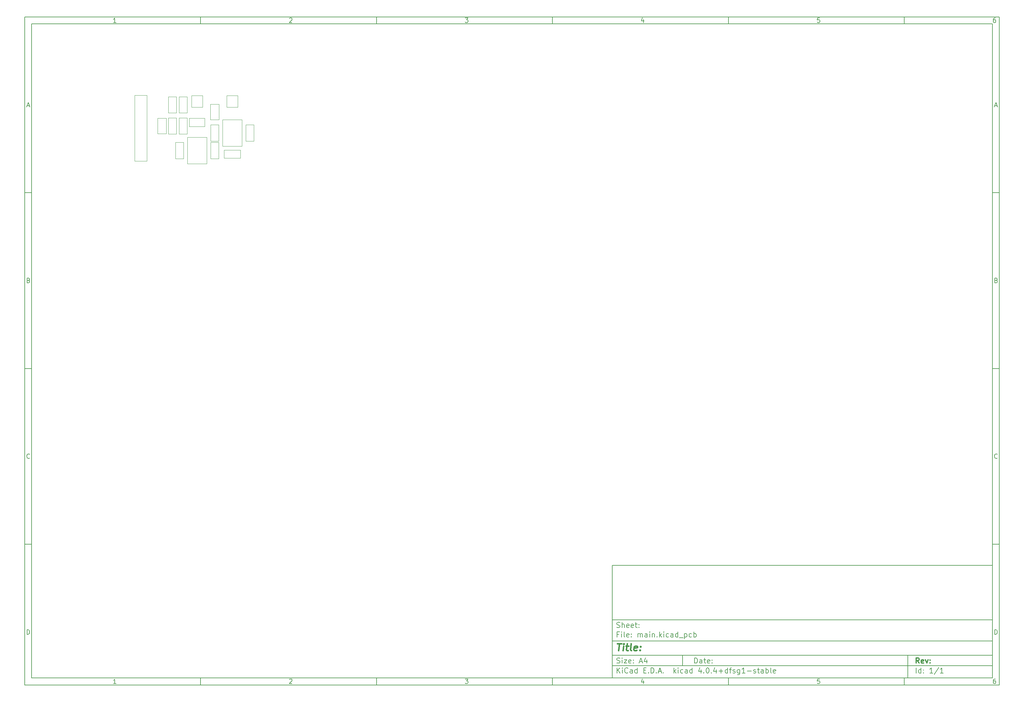
<source format=gbr>
G04 #@! TF.FileFunction,Other,User*
%FSLAX46Y46*%
G04 Gerber Fmt 4.6, Leading zero omitted, Abs format (unit mm)*
G04 Created by KiCad (PCBNEW 4.0.4+dfsg1-stable) date Wed Feb 15 14:40:24 2017*
%MOMM*%
%LPD*%
G01*
G04 APERTURE LIST*
%ADD10C,0.100000*%
%ADD11C,0.150000*%
%ADD12C,0.300000*%
%ADD13C,0.400000*%
%ADD14C,0.050000*%
G04 APERTURE END LIST*
D10*
D11*
X177002200Y-166007200D02*
X177002200Y-198007200D01*
X285002200Y-198007200D01*
X285002200Y-166007200D01*
X177002200Y-166007200D01*
D10*
D11*
X10000000Y-10000000D02*
X10000000Y-200007200D01*
X287002200Y-200007200D01*
X287002200Y-10000000D01*
X10000000Y-10000000D01*
D10*
D11*
X12000000Y-12000000D02*
X12000000Y-198007200D01*
X285002200Y-198007200D01*
X285002200Y-12000000D01*
X12000000Y-12000000D01*
D10*
D11*
X60000000Y-12000000D02*
X60000000Y-10000000D01*
D10*
D11*
X110000000Y-12000000D02*
X110000000Y-10000000D01*
D10*
D11*
X160000000Y-12000000D02*
X160000000Y-10000000D01*
D10*
D11*
X210000000Y-12000000D02*
X210000000Y-10000000D01*
D10*
D11*
X260000000Y-12000000D02*
X260000000Y-10000000D01*
D10*
D11*
X35990476Y-11588095D02*
X35247619Y-11588095D01*
X35619048Y-11588095D02*
X35619048Y-10288095D01*
X35495238Y-10473810D01*
X35371429Y-10597619D01*
X35247619Y-10659524D01*
D10*
D11*
X85247619Y-10411905D02*
X85309524Y-10350000D01*
X85433333Y-10288095D01*
X85742857Y-10288095D01*
X85866667Y-10350000D01*
X85928571Y-10411905D01*
X85990476Y-10535714D01*
X85990476Y-10659524D01*
X85928571Y-10845238D01*
X85185714Y-11588095D01*
X85990476Y-11588095D01*
D10*
D11*
X135185714Y-10288095D02*
X135990476Y-10288095D01*
X135557143Y-10783333D01*
X135742857Y-10783333D01*
X135866667Y-10845238D01*
X135928571Y-10907143D01*
X135990476Y-11030952D01*
X135990476Y-11340476D01*
X135928571Y-11464286D01*
X135866667Y-11526190D01*
X135742857Y-11588095D01*
X135371429Y-11588095D01*
X135247619Y-11526190D01*
X135185714Y-11464286D01*
D10*
D11*
X185866667Y-10721429D02*
X185866667Y-11588095D01*
X185557143Y-10226190D02*
X185247619Y-11154762D01*
X186052381Y-11154762D01*
D10*
D11*
X235928571Y-10288095D02*
X235309524Y-10288095D01*
X235247619Y-10907143D01*
X235309524Y-10845238D01*
X235433333Y-10783333D01*
X235742857Y-10783333D01*
X235866667Y-10845238D01*
X235928571Y-10907143D01*
X235990476Y-11030952D01*
X235990476Y-11340476D01*
X235928571Y-11464286D01*
X235866667Y-11526190D01*
X235742857Y-11588095D01*
X235433333Y-11588095D01*
X235309524Y-11526190D01*
X235247619Y-11464286D01*
D10*
D11*
X285866667Y-10288095D02*
X285619048Y-10288095D01*
X285495238Y-10350000D01*
X285433333Y-10411905D01*
X285309524Y-10597619D01*
X285247619Y-10845238D01*
X285247619Y-11340476D01*
X285309524Y-11464286D01*
X285371429Y-11526190D01*
X285495238Y-11588095D01*
X285742857Y-11588095D01*
X285866667Y-11526190D01*
X285928571Y-11464286D01*
X285990476Y-11340476D01*
X285990476Y-11030952D01*
X285928571Y-10907143D01*
X285866667Y-10845238D01*
X285742857Y-10783333D01*
X285495238Y-10783333D01*
X285371429Y-10845238D01*
X285309524Y-10907143D01*
X285247619Y-11030952D01*
D10*
D11*
X60000000Y-198007200D02*
X60000000Y-200007200D01*
D10*
D11*
X110000000Y-198007200D02*
X110000000Y-200007200D01*
D10*
D11*
X160000000Y-198007200D02*
X160000000Y-200007200D01*
D10*
D11*
X210000000Y-198007200D02*
X210000000Y-200007200D01*
D10*
D11*
X260000000Y-198007200D02*
X260000000Y-200007200D01*
D10*
D11*
X35990476Y-199595295D02*
X35247619Y-199595295D01*
X35619048Y-199595295D02*
X35619048Y-198295295D01*
X35495238Y-198481010D01*
X35371429Y-198604819D01*
X35247619Y-198666724D01*
D10*
D11*
X85247619Y-198419105D02*
X85309524Y-198357200D01*
X85433333Y-198295295D01*
X85742857Y-198295295D01*
X85866667Y-198357200D01*
X85928571Y-198419105D01*
X85990476Y-198542914D01*
X85990476Y-198666724D01*
X85928571Y-198852438D01*
X85185714Y-199595295D01*
X85990476Y-199595295D01*
D10*
D11*
X135185714Y-198295295D02*
X135990476Y-198295295D01*
X135557143Y-198790533D01*
X135742857Y-198790533D01*
X135866667Y-198852438D01*
X135928571Y-198914343D01*
X135990476Y-199038152D01*
X135990476Y-199347676D01*
X135928571Y-199471486D01*
X135866667Y-199533390D01*
X135742857Y-199595295D01*
X135371429Y-199595295D01*
X135247619Y-199533390D01*
X135185714Y-199471486D01*
D10*
D11*
X185866667Y-198728629D02*
X185866667Y-199595295D01*
X185557143Y-198233390D02*
X185247619Y-199161962D01*
X186052381Y-199161962D01*
D10*
D11*
X235928571Y-198295295D02*
X235309524Y-198295295D01*
X235247619Y-198914343D01*
X235309524Y-198852438D01*
X235433333Y-198790533D01*
X235742857Y-198790533D01*
X235866667Y-198852438D01*
X235928571Y-198914343D01*
X235990476Y-199038152D01*
X235990476Y-199347676D01*
X235928571Y-199471486D01*
X235866667Y-199533390D01*
X235742857Y-199595295D01*
X235433333Y-199595295D01*
X235309524Y-199533390D01*
X235247619Y-199471486D01*
D10*
D11*
X285866667Y-198295295D02*
X285619048Y-198295295D01*
X285495238Y-198357200D01*
X285433333Y-198419105D01*
X285309524Y-198604819D01*
X285247619Y-198852438D01*
X285247619Y-199347676D01*
X285309524Y-199471486D01*
X285371429Y-199533390D01*
X285495238Y-199595295D01*
X285742857Y-199595295D01*
X285866667Y-199533390D01*
X285928571Y-199471486D01*
X285990476Y-199347676D01*
X285990476Y-199038152D01*
X285928571Y-198914343D01*
X285866667Y-198852438D01*
X285742857Y-198790533D01*
X285495238Y-198790533D01*
X285371429Y-198852438D01*
X285309524Y-198914343D01*
X285247619Y-199038152D01*
D10*
D11*
X10000000Y-60000000D02*
X12000000Y-60000000D01*
D10*
D11*
X10000000Y-110000000D02*
X12000000Y-110000000D01*
D10*
D11*
X10000000Y-160000000D02*
X12000000Y-160000000D01*
D10*
D11*
X10690476Y-35216667D02*
X11309524Y-35216667D01*
X10566667Y-35588095D02*
X11000000Y-34288095D01*
X11433333Y-35588095D01*
D10*
D11*
X11092857Y-84907143D02*
X11278571Y-84969048D01*
X11340476Y-85030952D01*
X11402381Y-85154762D01*
X11402381Y-85340476D01*
X11340476Y-85464286D01*
X11278571Y-85526190D01*
X11154762Y-85588095D01*
X10659524Y-85588095D01*
X10659524Y-84288095D01*
X11092857Y-84288095D01*
X11216667Y-84350000D01*
X11278571Y-84411905D01*
X11340476Y-84535714D01*
X11340476Y-84659524D01*
X11278571Y-84783333D01*
X11216667Y-84845238D01*
X11092857Y-84907143D01*
X10659524Y-84907143D01*
D10*
D11*
X11402381Y-135464286D02*
X11340476Y-135526190D01*
X11154762Y-135588095D01*
X11030952Y-135588095D01*
X10845238Y-135526190D01*
X10721429Y-135402381D01*
X10659524Y-135278571D01*
X10597619Y-135030952D01*
X10597619Y-134845238D01*
X10659524Y-134597619D01*
X10721429Y-134473810D01*
X10845238Y-134350000D01*
X11030952Y-134288095D01*
X11154762Y-134288095D01*
X11340476Y-134350000D01*
X11402381Y-134411905D01*
D10*
D11*
X10659524Y-185588095D02*
X10659524Y-184288095D01*
X10969048Y-184288095D01*
X11154762Y-184350000D01*
X11278571Y-184473810D01*
X11340476Y-184597619D01*
X11402381Y-184845238D01*
X11402381Y-185030952D01*
X11340476Y-185278571D01*
X11278571Y-185402381D01*
X11154762Y-185526190D01*
X10969048Y-185588095D01*
X10659524Y-185588095D01*
D10*
D11*
X287002200Y-60000000D02*
X285002200Y-60000000D01*
D10*
D11*
X287002200Y-110000000D02*
X285002200Y-110000000D01*
D10*
D11*
X287002200Y-160000000D02*
X285002200Y-160000000D01*
D10*
D11*
X285692676Y-35216667D02*
X286311724Y-35216667D01*
X285568867Y-35588095D02*
X286002200Y-34288095D01*
X286435533Y-35588095D01*
D10*
D11*
X286095057Y-84907143D02*
X286280771Y-84969048D01*
X286342676Y-85030952D01*
X286404581Y-85154762D01*
X286404581Y-85340476D01*
X286342676Y-85464286D01*
X286280771Y-85526190D01*
X286156962Y-85588095D01*
X285661724Y-85588095D01*
X285661724Y-84288095D01*
X286095057Y-84288095D01*
X286218867Y-84350000D01*
X286280771Y-84411905D01*
X286342676Y-84535714D01*
X286342676Y-84659524D01*
X286280771Y-84783333D01*
X286218867Y-84845238D01*
X286095057Y-84907143D01*
X285661724Y-84907143D01*
D10*
D11*
X286404581Y-135464286D02*
X286342676Y-135526190D01*
X286156962Y-135588095D01*
X286033152Y-135588095D01*
X285847438Y-135526190D01*
X285723629Y-135402381D01*
X285661724Y-135278571D01*
X285599819Y-135030952D01*
X285599819Y-134845238D01*
X285661724Y-134597619D01*
X285723629Y-134473810D01*
X285847438Y-134350000D01*
X286033152Y-134288095D01*
X286156962Y-134288095D01*
X286342676Y-134350000D01*
X286404581Y-134411905D01*
D10*
D11*
X285661724Y-185588095D02*
X285661724Y-184288095D01*
X285971248Y-184288095D01*
X286156962Y-184350000D01*
X286280771Y-184473810D01*
X286342676Y-184597619D01*
X286404581Y-184845238D01*
X286404581Y-185030952D01*
X286342676Y-185278571D01*
X286280771Y-185402381D01*
X286156962Y-185526190D01*
X285971248Y-185588095D01*
X285661724Y-185588095D01*
D10*
D11*
X200359343Y-193785771D02*
X200359343Y-192285771D01*
X200716486Y-192285771D01*
X200930771Y-192357200D01*
X201073629Y-192500057D01*
X201145057Y-192642914D01*
X201216486Y-192928629D01*
X201216486Y-193142914D01*
X201145057Y-193428629D01*
X201073629Y-193571486D01*
X200930771Y-193714343D01*
X200716486Y-193785771D01*
X200359343Y-193785771D01*
X202502200Y-193785771D02*
X202502200Y-193000057D01*
X202430771Y-192857200D01*
X202287914Y-192785771D01*
X202002200Y-192785771D01*
X201859343Y-192857200D01*
X202502200Y-193714343D02*
X202359343Y-193785771D01*
X202002200Y-193785771D01*
X201859343Y-193714343D01*
X201787914Y-193571486D01*
X201787914Y-193428629D01*
X201859343Y-193285771D01*
X202002200Y-193214343D01*
X202359343Y-193214343D01*
X202502200Y-193142914D01*
X203002200Y-192785771D02*
X203573629Y-192785771D01*
X203216486Y-192285771D02*
X203216486Y-193571486D01*
X203287914Y-193714343D01*
X203430772Y-193785771D01*
X203573629Y-193785771D01*
X204645057Y-193714343D02*
X204502200Y-193785771D01*
X204216486Y-193785771D01*
X204073629Y-193714343D01*
X204002200Y-193571486D01*
X204002200Y-193000057D01*
X204073629Y-192857200D01*
X204216486Y-192785771D01*
X204502200Y-192785771D01*
X204645057Y-192857200D01*
X204716486Y-193000057D01*
X204716486Y-193142914D01*
X204002200Y-193285771D01*
X205359343Y-193642914D02*
X205430771Y-193714343D01*
X205359343Y-193785771D01*
X205287914Y-193714343D01*
X205359343Y-193642914D01*
X205359343Y-193785771D01*
X205359343Y-192857200D02*
X205430771Y-192928629D01*
X205359343Y-193000057D01*
X205287914Y-192928629D01*
X205359343Y-192857200D01*
X205359343Y-193000057D01*
D10*
D11*
X177002200Y-194507200D02*
X285002200Y-194507200D01*
D10*
D11*
X178359343Y-196585771D02*
X178359343Y-195085771D01*
X179216486Y-196585771D02*
X178573629Y-195728629D01*
X179216486Y-195085771D02*
X178359343Y-195942914D01*
X179859343Y-196585771D02*
X179859343Y-195585771D01*
X179859343Y-195085771D02*
X179787914Y-195157200D01*
X179859343Y-195228629D01*
X179930771Y-195157200D01*
X179859343Y-195085771D01*
X179859343Y-195228629D01*
X181430772Y-196442914D02*
X181359343Y-196514343D01*
X181145057Y-196585771D01*
X181002200Y-196585771D01*
X180787915Y-196514343D01*
X180645057Y-196371486D01*
X180573629Y-196228629D01*
X180502200Y-195942914D01*
X180502200Y-195728629D01*
X180573629Y-195442914D01*
X180645057Y-195300057D01*
X180787915Y-195157200D01*
X181002200Y-195085771D01*
X181145057Y-195085771D01*
X181359343Y-195157200D01*
X181430772Y-195228629D01*
X182716486Y-196585771D02*
X182716486Y-195800057D01*
X182645057Y-195657200D01*
X182502200Y-195585771D01*
X182216486Y-195585771D01*
X182073629Y-195657200D01*
X182716486Y-196514343D02*
X182573629Y-196585771D01*
X182216486Y-196585771D01*
X182073629Y-196514343D01*
X182002200Y-196371486D01*
X182002200Y-196228629D01*
X182073629Y-196085771D01*
X182216486Y-196014343D01*
X182573629Y-196014343D01*
X182716486Y-195942914D01*
X184073629Y-196585771D02*
X184073629Y-195085771D01*
X184073629Y-196514343D02*
X183930772Y-196585771D01*
X183645058Y-196585771D01*
X183502200Y-196514343D01*
X183430772Y-196442914D01*
X183359343Y-196300057D01*
X183359343Y-195871486D01*
X183430772Y-195728629D01*
X183502200Y-195657200D01*
X183645058Y-195585771D01*
X183930772Y-195585771D01*
X184073629Y-195657200D01*
X185930772Y-195800057D02*
X186430772Y-195800057D01*
X186645058Y-196585771D02*
X185930772Y-196585771D01*
X185930772Y-195085771D01*
X186645058Y-195085771D01*
X187287915Y-196442914D02*
X187359343Y-196514343D01*
X187287915Y-196585771D01*
X187216486Y-196514343D01*
X187287915Y-196442914D01*
X187287915Y-196585771D01*
X188002201Y-196585771D02*
X188002201Y-195085771D01*
X188359344Y-195085771D01*
X188573629Y-195157200D01*
X188716487Y-195300057D01*
X188787915Y-195442914D01*
X188859344Y-195728629D01*
X188859344Y-195942914D01*
X188787915Y-196228629D01*
X188716487Y-196371486D01*
X188573629Y-196514343D01*
X188359344Y-196585771D01*
X188002201Y-196585771D01*
X189502201Y-196442914D02*
X189573629Y-196514343D01*
X189502201Y-196585771D01*
X189430772Y-196514343D01*
X189502201Y-196442914D01*
X189502201Y-196585771D01*
X190145058Y-196157200D02*
X190859344Y-196157200D01*
X190002201Y-196585771D02*
X190502201Y-195085771D01*
X191002201Y-196585771D01*
X191502201Y-196442914D02*
X191573629Y-196514343D01*
X191502201Y-196585771D01*
X191430772Y-196514343D01*
X191502201Y-196442914D01*
X191502201Y-196585771D01*
X194502201Y-196585771D02*
X194502201Y-195085771D01*
X194645058Y-196014343D02*
X195073629Y-196585771D01*
X195073629Y-195585771D02*
X194502201Y-196157200D01*
X195716487Y-196585771D02*
X195716487Y-195585771D01*
X195716487Y-195085771D02*
X195645058Y-195157200D01*
X195716487Y-195228629D01*
X195787915Y-195157200D01*
X195716487Y-195085771D01*
X195716487Y-195228629D01*
X197073630Y-196514343D02*
X196930773Y-196585771D01*
X196645059Y-196585771D01*
X196502201Y-196514343D01*
X196430773Y-196442914D01*
X196359344Y-196300057D01*
X196359344Y-195871486D01*
X196430773Y-195728629D01*
X196502201Y-195657200D01*
X196645059Y-195585771D01*
X196930773Y-195585771D01*
X197073630Y-195657200D01*
X198359344Y-196585771D02*
X198359344Y-195800057D01*
X198287915Y-195657200D01*
X198145058Y-195585771D01*
X197859344Y-195585771D01*
X197716487Y-195657200D01*
X198359344Y-196514343D02*
X198216487Y-196585771D01*
X197859344Y-196585771D01*
X197716487Y-196514343D01*
X197645058Y-196371486D01*
X197645058Y-196228629D01*
X197716487Y-196085771D01*
X197859344Y-196014343D01*
X198216487Y-196014343D01*
X198359344Y-195942914D01*
X199716487Y-196585771D02*
X199716487Y-195085771D01*
X199716487Y-196514343D02*
X199573630Y-196585771D01*
X199287916Y-196585771D01*
X199145058Y-196514343D01*
X199073630Y-196442914D01*
X199002201Y-196300057D01*
X199002201Y-195871486D01*
X199073630Y-195728629D01*
X199145058Y-195657200D01*
X199287916Y-195585771D01*
X199573630Y-195585771D01*
X199716487Y-195657200D01*
X202216487Y-195585771D02*
X202216487Y-196585771D01*
X201859344Y-195014343D02*
X201502201Y-196085771D01*
X202430773Y-196085771D01*
X203002201Y-196442914D02*
X203073629Y-196514343D01*
X203002201Y-196585771D01*
X202930772Y-196514343D01*
X203002201Y-196442914D01*
X203002201Y-196585771D01*
X204002201Y-195085771D02*
X204145058Y-195085771D01*
X204287915Y-195157200D01*
X204359344Y-195228629D01*
X204430773Y-195371486D01*
X204502201Y-195657200D01*
X204502201Y-196014343D01*
X204430773Y-196300057D01*
X204359344Y-196442914D01*
X204287915Y-196514343D01*
X204145058Y-196585771D01*
X204002201Y-196585771D01*
X203859344Y-196514343D01*
X203787915Y-196442914D01*
X203716487Y-196300057D01*
X203645058Y-196014343D01*
X203645058Y-195657200D01*
X203716487Y-195371486D01*
X203787915Y-195228629D01*
X203859344Y-195157200D01*
X204002201Y-195085771D01*
X205145058Y-196442914D02*
X205216486Y-196514343D01*
X205145058Y-196585771D01*
X205073629Y-196514343D01*
X205145058Y-196442914D01*
X205145058Y-196585771D01*
X206502201Y-195585771D02*
X206502201Y-196585771D01*
X206145058Y-195014343D02*
X205787915Y-196085771D01*
X206716487Y-196085771D01*
X207287915Y-196014343D02*
X208430772Y-196014343D01*
X207859343Y-196585771D02*
X207859343Y-195442914D01*
X209787915Y-196585771D02*
X209787915Y-195085771D01*
X209787915Y-196514343D02*
X209645058Y-196585771D01*
X209359344Y-196585771D01*
X209216486Y-196514343D01*
X209145058Y-196442914D01*
X209073629Y-196300057D01*
X209073629Y-195871486D01*
X209145058Y-195728629D01*
X209216486Y-195657200D01*
X209359344Y-195585771D01*
X209645058Y-195585771D01*
X209787915Y-195657200D01*
X210287915Y-195585771D02*
X210859344Y-195585771D01*
X210502201Y-196585771D02*
X210502201Y-195300057D01*
X210573629Y-195157200D01*
X210716487Y-195085771D01*
X210859344Y-195085771D01*
X211287915Y-196514343D02*
X211430772Y-196585771D01*
X211716487Y-196585771D01*
X211859344Y-196514343D01*
X211930772Y-196371486D01*
X211930772Y-196300057D01*
X211859344Y-196157200D01*
X211716487Y-196085771D01*
X211502201Y-196085771D01*
X211359344Y-196014343D01*
X211287915Y-195871486D01*
X211287915Y-195800057D01*
X211359344Y-195657200D01*
X211502201Y-195585771D01*
X211716487Y-195585771D01*
X211859344Y-195657200D01*
X213216487Y-195585771D02*
X213216487Y-196800057D01*
X213145058Y-196942914D01*
X213073630Y-197014343D01*
X212930773Y-197085771D01*
X212716487Y-197085771D01*
X212573630Y-197014343D01*
X213216487Y-196514343D02*
X213073630Y-196585771D01*
X212787916Y-196585771D01*
X212645058Y-196514343D01*
X212573630Y-196442914D01*
X212502201Y-196300057D01*
X212502201Y-195871486D01*
X212573630Y-195728629D01*
X212645058Y-195657200D01*
X212787916Y-195585771D01*
X213073630Y-195585771D01*
X213216487Y-195657200D01*
X214716487Y-196585771D02*
X213859344Y-196585771D01*
X214287916Y-196585771D02*
X214287916Y-195085771D01*
X214145059Y-195300057D01*
X214002201Y-195442914D01*
X213859344Y-195514343D01*
X215359344Y-196014343D02*
X216502201Y-196014343D01*
X217145058Y-196514343D02*
X217287915Y-196585771D01*
X217573630Y-196585771D01*
X217716487Y-196514343D01*
X217787915Y-196371486D01*
X217787915Y-196300057D01*
X217716487Y-196157200D01*
X217573630Y-196085771D01*
X217359344Y-196085771D01*
X217216487Y-196014343D01*
X217145058Y-195871486D01*
X217145058Y-195800057D01*
X217216487Y-195657200D01*
X217359344Y-195585771D01*
X217573630Y-195585771D01*
X217716487Y-195657200D01*
X218216487Y-195585771D02*
X218787916Y-195585771D01*
X218430773Y-195085771D02*
X218430773Y-196371486D01*
X218502201Y-196514343D01*
X218645059Y-196585771D01*
X218787916Y-196585771D01*
X219930773Y-196585771D02*
X219930773Y-195800057D01*
X219859344Y-195657200D01*
X219716487Y-195585771D01*
X219430773Y-195585771D01*
X219287916Y-195657200D01*
X219930773Y-196514343D02*
X219787916Y-196585771D01*
X219430773Y-196585771D01*
X219287916Y-196514343D01*
X219216487Y-196371486D01*
X219216487Y-196228629D01*
X219287916Y-196085771D01*
X219430773Y-196014343D01*
X219787916Y-196014343D01*
X219930773Y-195942914D01*
X220645059Y-196585771D02*
X220645059Y-195085771D01*
X220645059Y-195657200D02*
X220787916Y-195585771D01*
X221073630Y-195585771D01*
X221216487Y-195657200D01*
X221287916Y-195728629D01*
X221359345Y-195871486D01*
X221359345Y-196300057D01*
X221287916Y-196442914D01*
X221216487Y-196514343D01*
X221073630Y-196585771D01*
X220787916Y-196585771D01*
X220645059Y-196514343D01*
X222216488Y-196585771D02*
X222073630Y-196514343D01*
X222002202Y-196371486D01*
X222002202Y-195085771D01*
X223359344Y-196514343D02*
X223216487Y-196585771D01*
X222930773Y-196585771D01*
X222787916Y-196514343D01*
X222716487Y-196371486D01*
X222716487Y-195800057D01*
X222787916Y-195657200D01*
X222930773Y-195585771D01*
X223216487Y-195585771D01*
X223359344Y-195657200D01*
X223430773Y-195800057D01*
X223430773Y-195942914D01*
X222716487Y-196085771D01*
D10*
D11*
X177002200Y-191507200D02*
X285002200Y-191507200D01*
D10*
D12*
X264216486Y-193785771D02*
X263716486Y-193071486D01*
X263359343Y-193785771D02*
X263359343Y-192285771D01*
X263930771Y-192285771D01*
X264073629Y-192357200D01*
X264145057Y-192428629D01*
X264216486Y-192571486D01*
X264216486Y-192785771D01*
X264145057Y-192928629D01*
X264073629Y-193000057D01*
X263930771Y-193071486D01*
X263359343Y-193071486D01*
X265430771Y-193714343D02*
X265287914Y-193785771D01*
X265002200Y-193785771D01*
X264859343Y-193714343D01*
X264787914Y-193571486D01*
X264787914Y-193000057D01*
X264859343Y-192857200D01*
X265002200Y-192785771D01*
X265287914Y-192785771D01*
X265430771Y-192857200D01*
X265502200Y-193000057D01*
X265502200Y-193142914D01*
X264787914Y-193285771D01*
X266002200Y-192785771D02*
X266359343Y-193785771D01*
X266716485Y-192785771D01*
X267287914Y-193642914D02*
X267359342Y-193714343D01*
X267287914Y-193785771D01*
X267216485Y-193714343D01*
X267287914Y-193642914D01*
X267287914Y-193785771D01*
X267287914Y-192857200D02*
X267359342Y-192928629D01*
X267287914Y-193000057D01*
X267216485Y-192928629D01*
X267287914Y-192857200D01*
X267287914Y-193000057D01*
D10*
D11*
X178287914Y-193714343D02*
X178502200Y-193785771D01*
X178859343Y-193785771D01*
X179002200Y-193714343D01*
X179073629Y-193642914D01*
X179145057Y-193500057D01*
X179145057Y-193357200D01*
X179073629Y-193214343D01*
X179002200Y-193142914D01*
X178859343Y-193071486D01*
X178573629Y-193000057D01*
X178430771Y-192928629D01*
X178359343Y-192857200D01*
X178287914Y-192714343D01*
X178287914Y-192571486D01*
X178359343Y-192428629D01*
X178430771Y-192357200D01*
X178573629Y-192285771D01*
X178930771Y-192285771D01*
X179145057Y-192357200D01*
X179787914Y-193785771D02*
X179787914Y-192785771D01*
X179787914Y-192285771D02*
X179716485Y-192357200D01*
X179787914Y-192428629D01*
X179859342Y-192357200D01*
X179787914Y-192285771D01*
X179787914Y-192428629D01*
X180359343Y-192785771D02*
X181145057Y-192785771D01*
X180359343Y-193785771D01*
X181145057Y-193785771D01*
X182287914Y-193714343D02*
X182145057Y-193785771D01*
X181859343Y-193785771D01*
X181716486Y-193714343D01*
X181645057Y-193571486D01*
X181645057Y-193000057D01*
X181716486Y-192857200D01*
X181859343Y-192785771D01*
X182145057Y-192785771D01*
X182287914Y-192857200D01*
X182359343Y-193000057D01*
X182359343Y-193142914D01*
X181645057Y-193285771D01*
X183002200Y-193642914D02*
X183073628Y-193714343D01*
X183002200Y-193785771D01*
X182930771Y-193714343D01*
X183002200Y-193642914D01*
X183002200Y-193785771D01*
X183002200Y-192857200D02*
X183073628Y-192928629D01*
X183002200Y-193000057D01*
X182930771Y-192928629D01*
X183002200Y-192857200D01*
X183002200Y-193000057D01*
X184787914Y-193357200D02*
X185502200Y-193357200D01*
X184645057Y-193785771D02*
X185145057Y-192285771D01*
X185645057Y-193785771D01*
X186787914Y-192785771D02*
X186787914Y-193785771D01*
X186430771Y-192214343D02*
X186073628Y-193285771D01*
X187002200Y-193285771D01*
D10*
D11*
X263359343Y-196585771D02*
X263359343Y-195085771D01*
X264716486Y-196585771D02*
X264716486Y-195085771D01*
X264716486Y-196514343D02*
X264573629Y-196585771D01*
X264287915Y-196585771D01*
X264145057Y-196514343D01*
X264073629Y-196442914D01*
X264002200Y-196300057D01*
X264002200Y-195871486D01*
X264073629Y-195728629D01*
X264145057Y-195657200D01*
X264287915Y-195585771D01*
X264573629Y-195585771D01*
X264716486Y-195657200D01*
X265430772Y-196442914D02*
X265502200Y-196514343D01*
X265430772Y-196585771D01*
X265359343Y-196514343D01*
X265430772Y-196442914D01*
X265430772Y-196585771D01*
X265430772Y-195657200D02*
X265502200Y-195728629D01*
X265430772Y-195800057D01*
X265359343Y-195728629D01*
X265430772Y-195657200D01*
X265430772Y-195800057D01*
X268073629Y-196585771D02*
X267216486Y-196585771D01*
X267645058Y-196585771D02*
X267645058Y-195085771D01*
X267502201Y-195300057D01*
X267359343Y-195442914D01*
X267216486Y-195514343D01*
X269787914Y-195014343D02*
X268502200Y-196942914D01*
X271073629Y-196585771D02*
X270216486Y-196585771D01*
X270645058Y-196585771D02*
X270645058Y-195085771D01*
X270502201Y-195300057D01*
X270359343Y-195442914D01*
X270216486Y-195514343D01*
D10*
D11*
X177002200Y-187507200D02*
X285002200Y-187507200D01*
D10*
D13*
X178454581Y-188211962D02*
X179597438Y-188211962D01*
X178776010Y-190211962D02*
X179026010Y-188211962D01*
X180014105Y-190211962D02*
X180180771Y-188878629D01*
X180264105Y-188211962D02*
X180156962Y-188307200D01*
X180240295Y-188402438D01*
X180347439Y-188307200D01*
X180264105Y-188211962D01*
X180240295Y-188402438D01*
X180847438Y-188878629D02*
X181609343Y-188878629D01*
X181216486Y-188211962D02*
X181002200Y-189926248D01*
X181073630Y-190116724D01*
X181252201Y-190211962D01*
X181442677Y-190211962D01*
X182395058Y-190211962D02*
X182216487Y-190116724D01*
X182145057Y-189926248D01*
X182359343Y-188211962D01*
X183930772Y-190116724D02*
X183728391Y-190211962D01*
X183347439Y-190211962D01*
X183168867Y-190116724D01*
X183097438Y-189926248D01*
X183192676Y-189164343D01*
X183311724Y-188973867D01*
X183514105Y-188878629D01*
X183895057Y-188878629D01*
X184073629Y-188973867D01*
X184145057Y-189164343D01*
X184121248Y-189354819D01*
X183145057Y-189545295D01*
X184895057Y-190021486D02*
X184978392Y-190116724D01*
X184871248Y-190211962D01*
X184787915Y-190116724D01*
X184895057Y-190021486D01*
X184871248Y-190211962D01*
X185026010Y-188973867D02*
X185109344Y-189069105D01*
X185002200Y-189164343D01*
X184918867Y-189069105D01*
X185026010Y-188973867D01*
X185002200Y-189164343D01*
D10*
D11*
X178859343Y-185600057D02*
X178359343Y-185600057D01*
X178359343Y-186385771D02*
X178359343Y-184885771D01*
X179073629Y-184885771D01*
X179645057Y-186385771D02*
X179645057Y-185385771D01*
X179645057Y-184885771D02*
X179573628Y-184957200D01*
X179645057Y-185028629D01*
X179716485Y-184957200D01*
X179645057Y-184885771D01*
X179645057Y-185028629D01*
X180573629Y-186385771D02*
X180430771Y-186314343D01*
X180359343Y-186171486D01*
X180359343Y-184885771D01*
X181716485Y-186314343D02*
X181573628Y-186385771D01*
X181287914Y-186385771D01*
X181145057Y-186314343D01*
X181073628Y-186171486D01*
X181073628Y-185600057D01*
X181145057Y-185457200D01*
X181287914Y-185385771D01*
X181573628Y-185385771D01*
X181716485Y-185457200D01*
X181787914Y-185600057D01*
X181787914Y-185742914D01*
X181073628Y-185885771D01*
X182430771Y-186242914D02*
X182502199Y-186314343D01*
X182430771Y-186385771D01*
X182359342Y-186314343D01*
X182430771Y-186242914D01*
X182430771Y-186385771D01*
X182430771Y-185457200D02*
X182502199Y-185528629D01*
X182430771Y-185600057D01*
X182359342Y-185528629D01*
X182430771Y-185457200D01*
X182430771Y-185600057D01*
X184287914Y-186385771D02*
X184287914Y-185385771D01*
X184287914Y-185528629D02*
X184359342Y-185457200D01*
X184502200Y-185385771D01*
X184716485Y-185385771D01*
X184859342Y-185457200D01*
X184930771Y-185600057D01*
X184930771Y-186385771D01*
X184930771Y-185600057D02*
X185002200Y-185457200D01*
X185145057Y-185385771D01*
X185359342Y-185385771D01*
X185502200Y-185457200D01*
X185573628Y-185600057D01*
X185573628Y-186385771D01*
X186930771Y-186385771D02*
X186930771Y-185600057D01*
X186859342Y-185457200D01*
X186716485Y-185385771D01*
X186430771Y-185385771D01*
X186287914Y-185457200D01*
X186930771Y-186314343D02*
X186787914Y-186385771D01*
X186430771Y-186385771D01*
X186287914Y-186314343D01*
X186216485Y-186171486D01*
X186216485Y-186028629D01*
X186287914Y-185885771D01*
X186430771Y-185814343D01*
X186787914Y-185814343D01*
X186930771Y-185742914D01*
X187645057Y-186385771D02*
X187645057Y-185385771D01*
X187645057Y-184885771D02*
X187573628Y-184957200D01*
X187645057Y-185028629D01*
X187716485Y-184957200D01*
X187645057Y-184885771D01*
X187645057Y-185028629D01*
X188359343Y-185385771D02*
X188359343Y-186385771D01*
X188359343Y-185528629D02*
X188430771Y-185457200D01*
X188573629Y-185385771D01*
X188787914Y-185385771D01*
X188930771Y-185457200D01*
X189002200Y-185600057D01*
X189002200Y-186385771D01*
X189716486Y-186242914D02*
X189787914Y-186314343D01*
X189716486Y-186385771D01*
X189645057Y-186314343D01*
X189716486Y-186242914D01*
X189716486Y-186385771D01*
X190430772Y-186385771D02*
X190430772Y-184885771D01*
X190573629Y-185814343D02*
X191002200Y-186385771D01*
X191002200Y-185385771D02*
X190430772Y-185957200D01*
X191645058Y-186385771D02*
X191645058Y-185385771D01*
X191645058Y-184885771D02*
X191573629Y-184957200D01*
X191645058Y-185028629D01*
X191716486Y-184957200D01*
X191645058Y-184885771D01*
X191645058Y-185028629D01*
X193002201Y-186314343D02*
X192859344Y-186385771D01*
X192573630Y-186385771D01*
X192430772Y-186314343D01*
X192359344Y-186242914D01*
X192287915Y-186100057D01*
X192287915Y-185671486D01*
X192359344Y-185528629D01*
X192430772Y-185457200D01*
X192573630Y-185385771D01*
X192859344Y-185385771D01*
X193002201Y-185457200D01*
X194287915Y-186385771D02*
X194287915Y-185600057D01*
X194216486Y-185457200D01*
X194073629Y-185385771D01*
X193787915Y-185385771D01*
X193645058Y-185457200D01*
X194287915Y-186314343D02*
X194145058Y-186385771D01*
X193787915Y-186385771D01*
X193645058Y-186314343D01*
X193573629Y-186171486D01*
X193573629Y-186028629D01*
X193645058Y-185885771D01*
X193787915Y-185814343D01*
X194145058Y-185814343D01*
X194287915Y-185742914D01*
X195645058Y-186385771D02*
X195645058Y-184885771D01*
X195645058Y-186314343D02*
X195502201Y-186385771D01*
X195216487Y-186385771D01*
X195073629Y-186314343D01*
X195002201Y-186242914D01*
X194930772Y-186100057D01*
X194930772Y-185671486D01*
X195002201Y-185528629D01*
X195073629Y-185457200D01*
X195216487Y-185385771D01*
X195502201Y-185385771D01*
X195645058Y-185457200D01*
X196002201Y-186528629D02*
X197145058Y-186528629D01*
X197502201Y-185385771D02*
X197502201Y-186885771D01*
X197502201Y-185457200D02*
X197645058Y-185385771D01*
X197930772Y-185385771D01*
X198073629Y-185457200D01*
X198145058Y-185528629D01*
X198216487Y-185671486D01*
X198216487Y-186100057D01*
X198145058Y-186242914D01*
X198073629Y-186314343D01*
X197930772Y-186385771D01*
X197645058Y-186385771D01*
X197502201Y-186314343D01*
X199502201Y-186314343D02*
X199359344Y-186385771D01*
X199073630Y-186385771D01*
X198930772Y-186314343D01*
X198859344Y-186242914D01*
X198787915Y-186100057D01*
X198787915Y-185671486D01*
X198859344Y-185528629D01*
X198930772Y-185457200D01*
X199073630Y-185385771D01*
X199359344Y-185385771D01*
X199502201Y-185457200D01*
X200145058Y-186385771D02*
X200145058Y-184885771D01*
X200145058Y-185457200D02*
X200287915Y-185385771D01*
X200573629Y-185385771D01*
X200716486Y-185457200D01*
X200787915Y-185528629D01*
X200859344Y-185671486D01*
X200859344Y-186100057D01*
X200787915Y-186242914D01*
X200716486Y-186314343D01*
X200573629Y-186385771D01*
X200287915Y-186385771D01*
X200145058Y-186314343D01*
D10*
D11*
X177002200Y-181507200D02*
X285002200Y-181507200D01*
D10*
D11*
X178287914Y-183614343D02*
X178502200Y-183685771D01*
X178859343Y-183685771D01*
X179002200Y-183614343D01*
X179073629Y-183542914D01*
X179145057Y-183400057D01*
X179145057Y-183257200D01*
X179073629Y-183114343D01*
X179002200Y-183042914D01*
X178859343Y-182971486D01*
X178573629Y-182900057D01*
X178430771Y-182828629D01*
X178359343Y-182757200D01*
X178287914Y-182614343D01*
X178287914Y-182471486D01*
X178359343Y-182328629D01*
X178430771Y-182257200D01*
X178573629Y-182185771D01*
X178930771Y-182185771D01*
X179145057Y-182257200D01*
X179787914Y-183685771D02*
X179787914Y-182185771D01*
X180430771Y-183685771D02*
X180430771Y-182900057D01*
X180359342Y-182757200D01*
X180216485Y-182685771D01*
X180002200Y-182685771D01*
X179859342Y-182757200D01*
X179787914Y-182828629D01*
X181716485Y-183614343D02*
X181573628Y-183685771D01*
X181287914Y-183685771D01*
X181145057Y-183614343D01*
X181073628Y-183471486D01*
X181073628Y-182900057D01*
X181145057Y-182757200D01*
X181287914Y-182685771D01*
X181573628Y-182685771D01*
X181716485Y-182757200D01*
X181787914Y-182900057D01*
X181787914Y-183042914D01*
X181073628Y-183185771D01*
X183002199Y-183614343D02*
X182859342Y-183685771D01*
X182573628Y-183685771D01*
X182430771Y-183614343D01*
X182359342Y-183471486D01*
X182359342Y-182900057D01*
X182430771Y-182757200D01*
X182573628Y-182685771D01*
X182859342Y-182685771D01*
X183002199Y-182757200D01*
X183073628Y-182900057D01*
X183073628Y-183042914D01*
X182359342Y-183185771D01*
X183502199Y-182685771D02*
X184073628Y-182685771D01*
X183716485Y-182185771D02*
X183716485Y-183471486D01*
X183787913Y-183614343D01*
X183930771Y-183685771D01*
X184073628Y-183685771D01*
X184573628Y-183542914D02*
X184645056Y-183614343D01*
X184573628Y-183685771D01*
X184502199Y-183614343D01*
X184573628Y-183542914D01*
X184573628Y-183685771D01*
X184573628Y-182757200D02*
X184645056Y-182828629D01*
X184573628Y-182900057D01*
X184502199Y-182828629D01*
X184573628Y-182757200D01*
X184573628Y-182900057D01*
D10*
D11*
X197002200Y-191507200D02*
X197002200Y-194507200D01*
D10*
D11*
X261002200Y-191507200D02*
X261002200Y-198007200D01*
D14*
X57400000Y-35650000D02*
X57400000Y-32350000D01*
X57400000Y-32350000D02*
X60600000Y-32350000D01*
X60600000Y-32350000D02*
X60600000Y-35650000D01*
X60600000Y-35650000D02*
X57400000Y-35650000D01*
X56150000Y-38700000D02*
X56150000Y-43300000D01*
X53850000Y-38700000D02*
X53850000Y-43300000D01*
X56150000Y-38700000D02*
X53850000Y-38700000D01*
X56150000Y-43300000D02*
X53850000Y-43300000D01*
X71300000Y-50150000D02*
X66700000Y-50150000D01*
X71300000Y-47850000D02*
X66700000Y-47850000D01*
X71300000Y-50150000D02*
X71300000Y-47850000D01*
X66700000Y-50150000D02*
X66700000Y-47850000D01*
X53150000Y-32700000D02*
X53150000Y-37300000D01*
X50850000Y-32700000D02*
X50850000Y-37300000D01*
X53150000Y-32700000D02*
X50850000Y-32700000D01*
X53150000Y-37300000D02*
X50850000Y-37300000D01*
X62850000Y-50300000D02*
X62850000Y-45700000D01*
X65150000Y-50300000D02*
X65150000Y-45700000D01*
X62850000Y-50300000D02*
X65150000Y-50300000D01*
X62850000Y-45700000D02*
X65150000Y-45700000D01*
X72850000Y-45300000D02*
X72850000Y-40700000D01*
X75150000Y-45300000D02*
X75150000Y-40700000D01*
X72850000Y-45300000D02*
X75150000Y-45300000D01*
X72850000Y-40700000D02*
X75150000Y-40700000D01*
X61200000Y-41200000D02*
X56800000Y-41200000D01*
X61200000Y-38800000D02*
X56800000Y-38800000D01*
X61200000Y-41200000D02*
X61200000Y-38800000D01*
X56800000Y-41200000D02*
X56800000Y-38800000D01*
X62800000Y-39200000D02*
X62800000Y-34800000D01*
X65200000Y-39200000D02*
X65200000Y-34800000D01*
X62800000Y-39200000D02*
X65200000Y-39200000D01*
X62800000Y-34800000D02*
X65200000Y-34800000D01*
X56250000Y-51750000D02*
X61750000Y-51750000D01*
X56250000Y-44250000D02*
X61750000Y-44250000D01*
X56250000Y-51750000D02*
X56250000Y-44250000D01*
X61750000Y-51750000D02*
X61750000Y-44250000D01*
X66250000Y-46750000D02*
X71750000Y-46750000D01*
X66250000Y-39250000D02*
X71750000Y-39250000D01*
X66250000Y-46750000D02*
X66250000Y-39250000D01*
X71750000Y-46750000D02*
X71750000Y-39250000D01*
X67400000Y-35650000D02*
X67400000Y-32350000D01*
X67400000Y-32350000D02*
X70600000Y-32350000D01*
X70600000Y-32350000D02*
X70600000Y-35650000D01*
X70600000Y-35650000D02*
X67400000Y-35650000D01*
X56150000Y-32700000D02*
X56150000Y-37300000D01*
X53850000Y-32700000D02*
X53850000Y-37300000D01*
X56150000Y-32700000D02*
X53850000Y-32700000D01*
X56150000Y-37300000D02*
X53850000Y-37300000D01*
X55150000Y-45700000D02*
X55150000Y-50300000D01*
X52850000Y-45700000D02*
X52850000Y-50300000D01*
X55150000Y-45700000D02*
X52850000Y-45700000D01*
X55150000Y-50300000D02*
X52850000Y-50300000D01*
X65150000Y-40700000D02*
X65150000Y-45300000D01*
X62850000Y-40700000D02*
X62850000Y-45300000D01*
X65150000Y-40700000D02*
X62850000Y-40700000D01*
X65150000Y-45300000D02*
X62850000Y-45300000D01*
X41250000Y-32250000D02*
X41250000Y-51000000D01*
X44750000Y-32250000D02*
X44750000Y-51000000D01*
X41250000Y-32250000D02*
X44750000Y-32250000D01*
X41250000Y-51000000D02*
X44750000Y-51000000D01*
X47800000Y-43200000D02*
X47800000Y-38800000D01*
X50200000Y-43200000D02*
X50200000Y-38800000D01*
X47800000Y-43200000D02*
X50200000Y-43200000D01*
X47800000Y-38800000D02*
X50200000Y-38800000D01*
X53150000Y-38700000D02*
X53150000Y-43300000D01*
X50850000Y-38700000D02*
X50850000Y-43300000D01*
X53150000Y-38700000D02*
X50850000Y-38700000D01*
X53150000Y-43300000D02*
X50850000Y-43300000D01*
M02*

</source>
